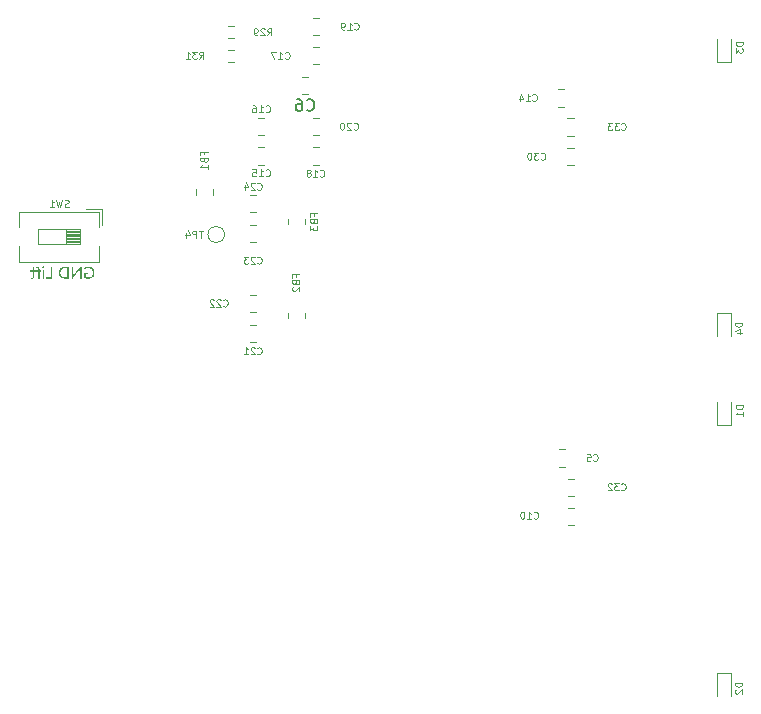
<source format=gbr>
%TF.GenerationSoftware,KiCad,Pcbnew,8.0.2*%
%TF.CreationDate,2025-04-13T16:48:02+02:00*%
%TF.ProjectId,AES-DAC,4145532d-4441-4432-9e6b-696361645f70,rev?*%
%TF.SameCoordinates,Original*%
%TF.FileFunction,Legend,Bot*%
%TF.FilePolarity,Positive*%
%FSLAX46Y46*%
G04 Gerber Fmt 4.6, Leading zero omitted, Abs format (unit mm)*
G04 Created by KiCad (PCBNEW 8.0.2) date 2025-04-13 16:48:02*
%MOMM*%
%LPD*%
G01*
G04 APERTURE LIST*
%ADD10C,0.150000*%
%ADD11C,0.100000*%
%ADD12C,0.120000*%
G04 APERTURE END LIST*
D10*
G36*
X37314967Y-48861053D02*
G01*
X37314967Y-49239141D01*
X37358506Y-49267104D01*
X37403668Y-49290816D01*
X37450452Y-49310277D01*
X37477145Y-49319253D01*
X37526838Y-49332004D01*
X37579197Y-49340582D01*
X37627977Y-49344704D01*
X37665944Y-49345631D01*
X37718025Y-49343831D01*
X37767839Y-49338432D01*
X37821992Y-49327853D01*
X37873184Y-49312572D01*
X37885519Y-49308018D01*
X37932597Y-49287211D01*
X37976133Y-49262650D01*
X38016128Y-49234333D01*
X38052581Y-49202260D01*
X38088950Y-49161922D01*
X38120295Y-49117295D01*
X38143941Y-49074026D01*
X38159071Y-49039351D01*
X38175313Y-48990639D01*
X38186914Y-48939516D01*
X38193875Y-48885981D01*
X38196159Y-48837160D01*
X38196196Y-48830034D01*
X38194466Y-48780568D01*
X38188253Y-48726411D01*
X38177522Y-48674788D01*
X38162272Y-48625699D01*
X38160048Y-48619741D01*
X38140050Y-48573824D01*
X38112955Y-48526254D01*
X38080991Y-48483011D01*
X38056977Y-48456587D01*
X38017073Y-48420809D01*
X37972648Y-48389860D01*
X37929363Y-48366405D01*
X37894556Y-48351318D01*
X37845280Y-48334969D01*
X37793195Y-48323292D01*
X37738301Y-48316285D01*
X37687965Y-48313986D01*
X37680599Y-48313949D01*
X37629876Y-48315772D01*
X37579161Y-48321772D01*
X37569469Y-48323475D01*
X37520131Y-48334893D01*
X37474702Y-48350586D01*
X37430112Y-48371407D01*
X37393858Y-48393328D01*
X37353363Y-48423639D01*
X37324004Y-48449993D01*
X37362595Y-48512030D01*
X37386286Y-48529860D01*
X37418282Y-48523265D01*
X37457117Y-48499330D01*
X37500580Y-48476294D01*
X37510118Y-48472219D01*
X37558415Y-48455805D01*
X37583879Y-48449260D01*
X37633583Y-48441256D01*
X37684995Y-48439002D01*
X37736544Y-48441697D01*
X37784944Y-48449783D01*
X37834548Y-48464903D01*
X37838868Y-48466601D01*
X37883826Y-48488404D01*
X37927406Y-48518641D01*
X37956349Y-48545736D01*
X37989643Y-48587261D01*
X38014610Y-48630696D01*
X38031088Y-48670055D01*
X38044740Y-48717463D01*
X38053337Y-48768401D01*
X38056750Y-48817264D01*
X38056977Y-48834187D01*
X38054833Y-48885653D01*
X38047420Y-48939167D01*
X38034711Y-48988817D01*
X38029866Y-49002958D01*
X38008486Y-49051547D01*
X37981622Y-49094882D01*
X37952441Y-49129720D01*
X37915340Y-49162572D01*
X37873216Y-49189593D01*
X37830564Y-49209099D01*
X37779119Y-49224535D01*
X37728744Y-49233007D01*
X37674934Y-49236184D01*
X37669364Y-49236210D01*
X37618840Y-49234012D01*
X37569144Y-49226670D01*
X37544556Y-49220579D01*
X37497365Y-49204397D01*
X37451110Y-49183633D01*
X37438066Y-49176859D01*
X37438066Y-48954842D01*
X37594870Y-48954842D01*
X37616363Y-48948004D01*
X37624423Y-48930662D01*
X37624423Y-48861053D01*
X37314967Y-48861053D01*
G37*
G36*
X36295009Y-48329581D02*
G01*
X36295009Y-49330000D01*
X36363397Y-49330000D01*
X36390508Y-49324382D01*
X36411757Y-49305331D01*
X36995009Y-48545736D01*
X36992811Y-48580174D01*
X36992078Y-48611926D01*
X36992078Y-49330000D01*
X37111757Y-49330000D01*
X37111757Y-48329581D01*
X37041416Y-48329581D01*
X37026028Y-48330802D01*
X37014793Y-48334221D01*
X37004779Y-48341304D01*
X36994277Y-48352784D01*
X36411025Y-49111891D01*
X36413711Y-49076475D01*
X36414688Y-49043503D01*
X36414688Y-48329581D01*
X36295009Y-48329581D01*
G37*
G36*
X36042951Y-49330000D02*
G01*
X35666573Y-49330000D01*
X35612213Y-49327756D01*
X35560266Y-49321024D01*
X35510730Y-49309804D01*
X35463607Y-49294096D01*
X35435558Y-49282148D01*
X35388347Y-49256977D01*
X35345347Y-49227091D01*
X35306559Y-49192491D01*
X35286825Y-49171315D01*
X35254940Y-49129953D01*
X35227731Y-49084418D01*
X35205198Y-49034710D01*
X35189490Y-48987388D01*
X35178270Y-48937501D01*
X35171538Y-48885050D01*
X35169294Y-48830034D01*
X35309245Y-48830034D01*
X35309468Y-48847173D01*
X35312817Y-48896530D01*
X35321251Y-48947744D01*
X35334646Y-48995143D01*
X35350497Y-49034169D01*
X35374489Y-49077040D01*
X35406454Y-49117752D01*
X35430893Y-49141215D01*
X35472190Y-49170971D01*
X35519050Y-49194200D01*
X35566235Y-49209219D01*
X35617113Y-49218003D01*
X35666573Y-49220579D01*
X35906419Y-49220579D01*
X35906419Y-48439002D01*
X35666573Y-48439002D01*
X35617113Y-48441601D01*
X35566235Y-48450467D01*
X35519050Y-48465624D01*
X35487191Y-48480309D01*
X35444041Y-48507947D01*
X35406454Y-48542316D01*
X35379396Y-48575957D01*
X35354482Y-48618031D01*
X35334646Y-48665415D01*
X35330107Y-48679188D01*
X35318200Y-48727578D01*
X35311255Y-48779785D01*
X35309245Y-48830034D01*
X35169294Y-48830034D01*
X35171538Y-48775126D01*
X35178270Y-48722751D01*
X35189490Y-48672910D01*
X35205198Y-48625603D01*
X35217139Y-48597466D01*
X35242270Y-48550036D01*
X35272077Y-48506740D01*
X35306559Y-48467578D01*
X35327588Y-48447633D01*
X35368716Y-48415459D01*
X35414055Y-48388076D01*
X35463607Y-48365484D01*
X35510730Y-48349777D01*
X35560266Y-48338557D01*
X35612213Y-48331825D01*
X35666573Y-48329581D01*
X36042951Y-48329581D01*
X36042951Y-49330000D01*
G37*
G36*
X34049685Y-49220579D02*
G01*
X34049685Y-49330000D01*
X34621457Y-49330000D01*
X34621457Y-48329581D01*
X34485658Y-48329581D01*
X34485658Y-49220579D01*
X34049685Y-49220579D01*
G37*
G36*
X33800557Y-48626580D02*
G01*
X33800557Y-49330000D01*
X33925854Y-49330000D01*
X33925854Y-48626580D01*
X33800557Y-48626580D01*
G37*
G36*
X33773935Y-48385024D02*
G01*
X33781506Y-48417997D01*
X33801046Y-48445108D01*
X33829866Y-48463670D01*
X33864793Y-48470265D01*
X33898743Y-48463670D01*
X33926586Y-48445108D01*
X33945637Y-48417997D01*
X33952720Y-48385024D01*
X33945637Y-48351563D01*
X33926586Y-48323719D01*
X33898743Y-48305157D01*
X33864793Y-48298318D01*
X33829866Y-48305157D01*
X33801046Y-48323719D01*
X33781506Y-48351563D01*
X33773935Y-48385024D01*
G37*
G36*
X32969399Y-48736001D02*
G01*
X32969399Y-49163182D01*
X32960037Y-49212389D01*
X32947661Y-49230104D01*
X32902221Y-49251311D01*
X32891974Y-49251842D01*
X32857291Y-49246468D01*
X32832379Y-49234989D01*
X32814793Y-49223265D01*
X32802092Y-49217892D01*
X32791834Y-49220823D01*
X32783774Y-49229860D01*
X32747138Y-49284326D01*
X32787736Y-49312611D01*
X32825295Y-49329267D01*
X32874789Y-49342035D01*
X32920062Y-49345631D01*
X32973126Y-49340148D01*
X33020679Y-49321658D01*
X33049266Y-49299225D01*
X33076950Y-49258684D01*
X33091102Y-49211445D01*
X33094695Y-49165624D01*
X33094695Y-48736001D01*
X33424423Y-48736001D01*
X33424423Y-49330000D01*
X33550452Y-49330000D01*
X33550452Y-48740642D01*
X33629099Y-48730872D01*
X33653523Y-48719392D01*
X33663048Y-48696678D01*
X33663048Y-48642212D01*
X33550452Y-48642212D01*
X33550452Y-48572358D01*
X33547180Y-48520907D01*
X33536411Y-48471591D01*
X33533355Y-48462449D01*
X33512351Y-48418119D01*
X33484018Y-48381360D01*
X33443927Y-48349092D01*
X33407082Y-48331046D01*
X33359149Y-48318224D01*
X33309221Y-48313966D01*
X33305721Y-48313949D01*
X33254339Y-48318431D01*
X33217794Y-48328115D01*
X33220480Y-48388199D01*
X33239287Y-48406517D01*
X33285205Y-48407739D01*
X33333961Y-48413543D01*
X33344067Y-48416531D01*
X33387086Y-48442220D01*
X33389496Y-48444619D01*
X33415147Y-48486460D01*
X33418561Y-48496154D01*
X33427607Y-48544350D01*
X33428820Y-48574801D01*
X33428820Y-48642212D01*
X33090299Y-48642212D01*
X33062211Y-48414822D01*
X33052197Y-48397236D01*
X33032658Y-48390397D01*
X32969399Y-48390397D01*
X32969399Y-48642212D01*
X32763991Y-48642212D01*
X32763991Y-48736001D01*
X32969399Y-48736001D01*
G37*
D11*
X47450463Y-38791683D02*
X47450463Y-38591683D01*
X47764749Y-38591683D02*
X47164749Y-38591683D01*
X47164749Y-38591683D02*
X47164749Y-38877397D01*
X47450463Y-39305969D02*
X47479035Y-39391683D01*
X47479035Y-39391683D02*
X47507606Y-39420254D01*
X47507606Y-39420254D02*
X47564749Y-39448826D01*
X47564749Y-39448826D02*
X47650463Y-39448826D01*
X47650463Y-39448826D02*
X47707606Y-39420254D01*
X47707606Y-39420254D02*
X47736178Y-39391683D01*
X47736178Y-39391683D02*
X47764749Y-39334540D01*
X47764749Y-39334540D02*
X47764749Y-39105969D01*
X47764749Y-39105969D02*
X47164749Y-39105969D01*
X47164749Y-39105969D02*
X47164749Y-39305969D01*
X47164749Y-39305969D02*
X47193320Y-39363112D01*
X47193320Y-39363112D02*
X47221892Y-39391683D01*
X47221892Y-39391683D02*
X47279035Y-39420254D01*
X47279035Y-39420254D02*
X47336178Y-39420254D01*
X47336178Y-39420254D02*
X47393320Y-39391683D01*
X47393320Y-39391683D02*
X47421892Y-39363112D01*
X47421892Y-39363112D02*
X47450463Y-39305969D01*
X47450463Y-39305969D02*
X47450463Y-39105969D01*
X47764749Y-40020254D02*
X47764749Y-39677397D01*
X47764749Y-39848826D02*
X47164749Y-39848826D01*
X47164749Y-39848826D02*
X47250463Y-39791683D01*
X47250463Y-39791683D02*
X47307606Y-39734540D01*
X47307606Y-39734540D02*
X47336178Y-39677397D01*
X93022371Y-53057143D02*
X92422371Y-53057143D01*
X92422371Y-53057143D02*
X92422371Y-53200000D01*
X92422371Y-53200000D02*
X92450942Y-53285714D01*
X92450942Y-53285714D02*
X92508085Y-53342857D01*
X92508085Y-53342857D02*
X92565228Y-53371428D01*
X92565228Y-53371428D02*
X92679514Y-53400000D01*
X92679514Y-53400000D02*
X92765228Y-53400000D01*
X92765228Y-53400000D02*
X92879514Y-53371428D01*
X92879514Y-53371428D02*
X92936657Y-53342857D01*
X92936657Y-53342857D02*
X92993800Y-53285714D01*
X92993800Y-53285714D02*
X93022371Y-53200000D01*
X93022371Y-53200000D02*
X93022371Y-53057143D01*
X92622371Y-53914286D02*
X93022371Y-53914286D01*
X92393800Y-53771428D02*
X92822371Y-53628571D01*
X92822371Y-53628571D02*
X92822371Y-54000000D01*
X47357143Y-45272371D02*
X47014286Y-45272371D01*
X47185714Y-45872371D02*
X47185714Y-45272371D01*
X46814285Y-45872371D02*
X46814285Y-45272371D01*
X46814285Y-45272371D02*
X46585714Y-45272371D01*
X46585714Y-45272371D02*
X46528571Y-45300942D01*
X46528571Y-45300942D02*
X46500000Y-45329514D01*
X46500000Y-45329514D02*
X46471428Y-45386657D01*
X46471428Y-45386657D02*
X46471428Y-45472371D01*
X46471428Y-45472371D02*
X46500000Y-45529514D01*
X46500000Y-45529514D02*
X46528571Y-45558085D01*
X46528571Y-45558085D02*
X46585714Y-45586657D01*
X46585714Y-45586657D02*
X46814285Y-45586657D01*
X45957143Y-45472371D02*
X45957143Y-45872371D01*
X46100000Y-45243800D02*
X46242857Y-45672371D01*
X46242857Y-45672371D02*
X45871428Y-45672371D01*
X36000000Y-43243800D02*
X35914286Y-43272371D01*
X35914286Y-43272371D02*
X35771428Y-43272371D01*
X35771428Y-43272371D02*
X35714286Y-43243800D01*
X35714286Y-43243800D02*
X35685714Y-43215228D01*
X35685714Y-43215228D02*
X35657143Y-43158085D01*
X35657143Y-43158085D02*
X35657143Y-43100942D01*
X35657143Y-43100942D02*
X35685714Y-43043800D01*
X35685714Y-43043800D02*
X35714286Y-43015228D01*
X35714286Y-43015228D02*
X35771428Y-42986657D01*
X35771428Y-42986657D02*
X35885714Y-42958085D01*
X35885714Y-42958085D02*
X35942857Y-42929514D01*
X35942857Y-42929514D02*
X35971428Y-42900942D01*
X35971428Y-42900942D02*
X36000000Y-42843800D01*
X36000000Y-42843800D02*
X36000000Y-42786657D01*
X36000000Y-42786657D02*
X35971428Y-42729514D01*
X35971428Y-42729514D02*
X35942857Y-42700942D01*
X35942857Y-42700942D02*
X35885714Y-42672371D01*
X35885714Y-42672371D02*
X35742857Y-42672371D01*
X35742857Y-42672371D02*
X35657143Y-42700942D01*
X35457142Y-42672371D02*
X35314285Y-43272371D01*
X35314285Y-43272371D02*
X35199999Y-42843800D01*
X35199999Y-42843800D02*
X35085714Y-43272371D01*
X35085714Y-43272371D02*
X34942857Y-42672371D01*
X34400000Y-43272371D02*
X34742857Y-43272371D01*
X34571428Y-43272371D02*
X34571428Y-42672371D01*
X34571428Y-42672371D02*
X34628571Y-42758085D01*
X34628571Y-42758085D02*
X34685714Y-42815228D01*
X34685714Y-42815228D02*
X34742857Y-42843800D01*
X54340392Y-30691517D02*
X54368964Y-30720089D01*
X54368964Y-30720089D02*
X54454678Y-30748660D01*
X54454678Y-30748660D02*
X54511821Y-30748660D01*
X54511821Y-30748660D02*
X54597535Y-30720089D01*
X54597535Y-30720089D02*
X54654678Y-30662946D01*
X54654678Y-30662946D02*
X54683249Y-30605803D01*
X54683249Y-30605803D02*
X54711821Y-30491517D01*
X54711821Y-30491517D02*
X54711821Y-30405803D01*
X54711821Y-30405803D02*
X54683249Y-30291517D01*
X54683249Y-30291517D02*
X54654678Y-30234374D01*
X54654678Y-30234374D02*
X54597535Y-30177231D01*
X54597535Y-30177231D02*
X54511821Y-30148660D01*
X54511821Y-30148660D02*
X54454678Y-30148660D01*
X54454678Y-30148660D02*
X54368964Y-30177231D01*
X54368964Y-30177231D02*
X54340392Y-30205803D01*
X53768964Y-30748660D02*
X54111821Y-30748660D01*
X53940392Y-30748660D02*
X53940392Y-30148660D01*
X53940392Y-30148660D02*
X53997535Y-30234374D01*
X53997535Y-30234374D02*
X54054678Y-30291517D01*
X54054678Y-30291517D02*
X54111821Y-30320089D01*
X53568963Y-30148660D02*
X53168963Y-30148660D01*
X53168963Y-30148660D02*
X53426106Y-30748660D01*
X51985714Y-48015228D02*
X52014286Y-48043800D01*
X52014286Y-48043800D02*
X52100000Y-48072371D01*
X52100000Y-48072371D02*
X52157143Y-48072371D01*
X52157143Y-48072371D02*
X52242857Y-48043800D01*
X52242857Y-48043800D02*
X52300000Y-47986657D01*
X52300000Y-47986657D02*
X52328571Y-47929514D01*
X52328571Y-47929514D02*
X52357143Y-47815228D01*
X52357143Y-47815228D02*
X52357143Y-47729514D01*
X52357143Y-47729514D02*
X52328571Y-47615228D01*
X52328571Y-47615228D02*
X52300000Y-47558085D01*
X52300000Y-47558085D02*
X52242857Y-47500942D01*
X52242857Y-47500942D02*
X52157143Y-47472371D01*
X52157143Y-47472371D02*
X52100000Y-47472371D01*
X52100000Y-47472371D02*
X52014286Y-47500942D01*
X52014286Y-47500942D02*
X51985714Y-47529514D01*
X51757143Y-47529514D02*
X51728571Y-47500942D01*
X51728571Y-47500942D02*
X51671429Y-47472371D01*
X51671429Y-47472371D02*
X51528571Y-47472371D01*
X51528571Y-47472371D02*
X51471429Y-47500942D01*
X51471429Y-47500942D02*
X51442857Y-47529514D01*
X51442857Y-47529514D02*
X51414286Y-47586657D01*
X51414286Y-47586657D02*
X51414286Y-47643800D01*
X51414286Y-47643800D02*
X51442857Y-47729514D01*
X51442857Y-47729514D02*
X51785714Y-48072371D01*
X51785714Y-48072371D02*
X51414286Y-48072371D01*
X51214285Y-47472371D02*
X50842857Y-47472371D01*
X50842857Y-47472371D02*
X51042857Y-47700942D01*
X51042857Y-47700942D02*
X50957142Y-47700942D01*
X50957142Y-47700942D02*
X50900000Y-47729514D01*
X50900000Y-47729514D02*
X50871428Y-47758085D01*
X50871428Y-47758085D02*
X50842857Y-47815228D01*
X50842857Y-47815228D02*
X50842857Y-47958085D01*
X50842857Y-47958085D02*
X50871428Y-48015228D01*
X50871428Y-48015228D02*
X50900000Y-48043800D01*
X50900000Y-48043800D02*
X50957142Y-48072371D01*
X50957142Y-48072371D02*
X51128571Y-48072371D01*
X51128571Y-48072371D02*
X51185714Y-48043800D01*
X51185714Y-48043800D02*
X51214285Y-48015228D01*
X75385714Y-69615228D02*
X75414286Y-69643800D01*
X75414286Y-69643800D02*
X75500000Y-69672371D01*
X75500000Y-69672371D02*
X75557143Y-69672371D01*
X75557143Y-69672371D02*
X75642857Y-69643800D01*
X75642857Y-69643800D02*
X75700000Y-69586657D01*
X75700000Y-69586657D02*
X75728571Y-69529514D01*
X75728571Y-69529514D02*
X75757143Y-69415228D01*
X75757143Y-69415228D02*
X75757143Y-69329514D01*
X75757143Y-69329514D02*
X75728571Y-69215228D01*
X75728571Y-69215228D02*
X75700000Y-69158085D01*
X75700000Y-69158085D02*
X75642857Y-69100942D01*
X75642857Y-69100942D02*
X75557143Y-69072371D01*
X75557143Y-69072371D02*
X75500000Y-69072371D01*
X75500000Y-69072371D02*
X75414286Y-69100942D01*
X75414286Y-69100942D02*
X75385714Y-69129514D01*
X74814286Y-69672371D02*
X75157143Y-69672371D01*
X74985714Y-69672371D02*
X74985714Y-69072371D01*
X74985714Y-69072371D02*
X75042857Y-69158085D01*
X75042857Y-69158085D02*
X75100000Y-69215228D01*
X75100000Y-69215228D02*
X75157143Y-69243800D01*
X74442857Y-69072371D02*
X74385714Y-69072371D01*
X74385714Y-69072371D02*
X74328571Y-69100942D01*
X74328571Y-69100942D02*
X74300000Y-69129514D01*
X74300000Y-69129514D02*
X74271428Y-69186657D01*
X74271428Y-69186657D02*
X74242857Y-69300942D01*
X74242857Y-69300942D02*
X74242857Y-69443800D01*
X74242857Y-69443800D02*
X74271428Y-69558085D01*
X74271428Y-69558085D02*
X74300000Y-69615228D01*
X74300000Y-69615228D02*
X74328571Y-69643800D01*
X74328571Y-69643800D02*
X74385714Y-69672371D01*
X74385714Y-69672371D02*
X74442857Y-69672371D01*
X74442857Y-69672371D02*
X74500000Y-69643800D01*
X74500000Y-69643800D02*
X74528571Y-69615228D01*
X74528571Y-69615228D02*
X74557142Y-69558085D01*
X74557142Y-69558085D02*
X74585714Y-69443800D01*
X74585714Y-69443800D02*
X74585714Y-69300942D01*
X74585714Y-69300942D02*
X74557142Y-69186657D01*
X74557142Y-69186657D02*
X74528571Y-69129514D01*
X74528571Y-69129514D02*
X74500000Y-69100942D01*
X74500000Y-69100942D02*
X74442857Y-69072371D01*
D10*
X56166666Y-35039580D02*
X56214285Y-35087200D01*
X56214285Y-35087200D02*
X56357142Y-35134819D01*
X56357142Y-35134819D02*
X56452380Y-35134819D01*
X56452380Y-35134819D02*
X56595237Y-35087200D01*
X56595237Y-35087200D02*
X56690475Y-34991961D01*
X56690475Y-34991961D02*
X56738094Y-34896723D01*
X56738094Y-34896723D02*
X56785713Y-34706247D01*
X56785713Y-34706247D02*
X56785713Y-34563390D01*
X56785713Y-34563390D02*
X56738094Y-34372914D01*
X56738094Y-34372914D02*
X56690475Y-34277676D01*
X56690475Y-34277676D02*
X56595237Y-34182438D01*
X56595237Y-34182438D02*
X56452380Y-34134819D01*
X56452380Y-34134819D02*
X56357142Y-34134819D01*
X56357142Y-34134819D02*
X56214285Y-34182438D01*
X56214285Y-34182438D02*
X56166666Y-34230057D01*
X55309523Y-34134819D02*
X55499999Y-34134819D01*
X55499999Y-34134819D02*
X55595237Y-34182438D01*
X55595237Y-34182438D02*
X55642856Y-34230057D01*
X55642856Y-34230057D02*
X55738094Y-34372914D01*
X55738094Y-34372914D02*
X55785713Y-34563390D01*
X55785713Y-34563390D02*
X55785713Y-34944342D01*
X55785713Y-34944342D02*
X55738094Y-35039580D01*
X55738094Y-35039580D02*
X55690475Y-35087200D01*
X55690475Y-35087200D02*
X55595237Y-35134819D01*
X55595237Y-35134819D02*
X55404761Y-35134819D01*
X55404761Y-35134819D02*
X55309523Y-35087200D01*
X55309523Y-35087200D02*
X55261904Y-35039580D01*
X55261904Y-35039580D02*
X55214285Y-34944342D01*
X55214285Y-34944342D02*
X55214285Y-34706247D01*
X55214285Y-34706247D02*
X55261904Y-34611009D01*
X55261904Y-34611009D02*
X55309523Y-34563390D01*
X55309523Y-34563390D02*
X55404761Y-34515771D01*
X55404761Y-34515771D02*
X55595237Y-34515771D01*
X55595237Y-34515771D02*
X55690475Y-34563390D01*
X55690475Y-34563390D02*
X55738094Y-34611009D01*
X55738094Y-34611009D02*
X55785713Y-34706247D01*
D11*
X47060355Y-30726669D02*
X47260355Y-30440955D01*
X47403212Y-30726669D02*
X47403212Y-30126669D01*
X47403212Y-30126669D02*
X47174641Y-30126669D01*
X47174641Y-30126669D02*
X47117498Y-30155240D01*
X47117498Y-30155240D02*
X47088927Y-30183812D01*
X47088927Y-30183812D02*
X47060355Y-30240955D01*
X47060355Y-30240955D02*
X47060355Y-30326669D01*
X47060355Y-30326669D02*
X47088927Y-30383812D01*
X47088927Y-30383812D02*
X47117498Y-30412383D01*
X47117498Y-30412383D02*
X47174641Y-30440955D01*
X47174641Y-30440955D02*
X47403212Y-30440955D01*
X46860355Y-30126669D02*
X46488927Y-30126669D01*
X46488927Y-30126669D02*
X46688927Y-30355240D01*
X46688927Y-30355240D02*
X46603212Y-30355240D01*
X46603212Y-30355240D02*
X46546070Y-30383812D01*
X46546070Y-30383812D02*
X46517498Y-30412383D01*
X46517498Y-30412383D02*
X46488927Y-30469526D01*
X46488927Y-30469526D02*
X46488927Y-30612383D01*
X46488927Y-30612383D02*
X46517498Y-30669526D01*
X46517498Y-30669526D02*
X46546070Y-30698098D01*
X46546070Y-30698098D02*
X46603212Y-30726669D01*
X46603212Y-30726669D02*
X46774641Y-30726669D01*
X46774641Y-30726669D02*
X46831784Y-30698098D01*
X46831784Y-30698098D02*
X46860355Y-30669526D01*
X45917498Y-30726669D02*
X46260355Y-30726669D01*
X46088926Y-30726669D02*
X46088926Y-30126669D01*
X46088926Y-30126669D02*
X46146069Y-30212383D01*
X46146069Y-30212383D02*
X46203212Y-30269526D01*
X46203212Y-30269526D02*
X46260355Y-30298098D01*
X93022371Y-83557143D02*
X92422371Y-83557143D01*
X92422371Y-83557143D02*
X92422371Y-83700000D01*
X92422371Y-83700000D02*
X92450942Y-83785714D01*
X92450942Y-83785714D02*
X92508085Y-83842857D01*
X92508085Y-83842857D02*
X92565228Y-83871428D01*
X92565228Y-83871428D02*
X92679514Y-83900000D01*
X92679514Y-83900000D02*
X92765228Y-83900000D01*
X92765228Y-83900000D02*
X92879514Y-83871428D01*
X92879514Y-83871428D02*
X92936657Y-83842857D01*
X92936657Y-83842857D02*
X92993800Y-83785714D01*
X92993800Y-83785714D02*
X93022371Y-83700000D01*
X93022371Y-83700000D02*
X93022371Y-83557143D01*
X92479514Y-84128571D02*
X92450942Y-84157143D01*
X92450942Y-84157143D02*
X92422371Y-84214286D01*
X92422371Y-84214286D02*
X92422371Y-84357143D01*
X92422371Y-84357143D02*
X92450942Y-84414286D01*
X92450942Y-84414286D02*
X92479514Y-84442857D01*
X92479514Y-84442857D02*
X92536657Y-84471428D01*
X92536657Y-84471428D02*
X92593800Y-84471428D01*
X92593800Y-84471428D02*
X92679514Y-84442857D01*
X92679514Y-84442857D02*
X93022371Y-84100000D01*
X93022371Y-84100000D02*
X93022371Y-84471428D01*
X52675488Y-40633572D02*
X52704060Y-40662144D01*
X52704060Y-40662144D02*
X52789774Y-40690715D01*
X52789774Y-40690715D02*
X52846917Y-40690715D01*
X52846917Y-40690715D02*
X52932631Y-40662144D01*
X52932631Y-40662144D02*
X52989774Y-40605001D01*
X52989774Y-40605001D02*
X53018345Y-40547858D01*
X53018345Y-40547858D02*
X53046917Y-40433572D01*
X53046917Y-40433572D02*
X53046917Y-40347858D01*
X53046917Y-40347858D02*
X53018345Y-40233572D01*
X53018345Y-40233572D02*
X52989774Y-40176429D01*
X52989774Y-40176429D02*
X52932631Y-40119286D01*
X52932631Y-40119286D02*
X52846917Y-40090715D01*
X52846917Y-40090715D02*
X52789774Y-40090715D01*
X52789774Y-40090715D02*
X52704060Y-40119286D01*
X52704060Y-40119286D02*
X52675488Y-40147858D01*
X52104060Y-40690715D02*
X52446917Y-40690715D01*
X52275488Y-40690715D02*
X52275488Y-40090715D01*
X52275488Y-40090715D02*
X52332631Y-40176429D01*
X52332631Y-40176429D02*
X52389774Y-40233572D01*
X52389774Y-40233572D02*
X52446917Y-40262144D01*
X51561202Y-40090715D02*
X51846916Y-40090715D01*
X51846916Y-40090715D02*
X51875488Y-40376429D01*
X51875488Y-40376429D02*
X51846916Y-40347858D01*
X51846916Y-40347858D02*
X51789774Y-40319286D01*
X51789774Y-40319286D02*
X51646916Y-40319286D01*
X51646916Y-40319286D02*
X51589774Y-40347858D01*
X51589774Y-40347858D02*
X51561202Y-40376429D01*
X51561202Y-40376429D02*
X51532631Y-40433572D01*
X51532631Y-40433572D02*
X51532631Y-40576429D01*
X51532631Y-40576429D02*
X51561202Y-40633572D01*
X51561202Y-40633572D02*
X51589774Y-40662144D01*
X51589774Y-40662144D02*
X51646916Y-40690715D01*
X51646916Y-40690715D02*
X51789774Y-40690715D01*
X51789774Y-40690715D02*
X51846916Y-40662144D01*
X51846916Y-40662144D02*
X51875488Y-40633572D01*
X51984954Y-41766048D02*
X52013526Y-41794620D01*
X52013526Y-41794620D02*
X52099240Y-41823191D01*
X52099240Y-41823191D02*
X52156383Y-41823191D01*
X52156383Y-41823191D02*
X52242097Y-41794620D01*
X52242097Y-41794620D02*
X52299240Y-41737477D01*
X52299240Y-41737477D02*
X52327811Y-41680334D01*
X52327811Y-41680334D02*
X52356383Y-41566048D01*
X52356383Y-41566048D02*
X52356383Y-41480334D01*
X52356383Y-41480334D02*
X52327811Y-41366048D01*
X52327811Y-41366048D02*
X52299240Y-41308905D01*
X52299240Y-41308905D02*
X52242097Y-41251762D01*
X52242097Y-41251762D02*
X52156383Y-41223191D01*
X52156383Y-41223191D02*
X52099240Y-41223191D01*
X52099240Y-41223191D02*
X52013526Y-41251762D01*
X52013526Y-41251762D02*
X51984954Y-41280334D01*
X51756383Y-41280334D02*
X51727811Y-41251762D01*
X51727811Y-41251762D02*
X51670669Y-41223191D01*
X51670669Y-41223191D02*
X51527811Y-41223191D01*
X51527811Y-41223191D02*
X51470669Y-41251762D01*
X51470669Y-41251762D02*
X51442097Y-41280334D01*
X51442097Y-41280334D02*
X51413526Y-41337477D01*
X51413526Y-41337477D02*
X51413526Y-41394620D01*
X51413526Y-41394620D02*
X51442097Y-41480334D01*
X51442097Y-41480334D02*
X51784954Y-41823191D01*
X51784954Y-41823191D02*
X51413526Y-41823191D01*
X50899240Y-41423191D02*
X50899240Y-41823191D01*
X51042097Y-41194620D02*
X51184954Y-41623191D01*
X51184954Y-41623191D02*
X50813525Y-41623191D01*
X51984954Y-55694487D02*
X52013526Y-55723059D01*
X52013526Y-55723059D02*
X52099240Y-55751630D01*
X52099240Y-55751630D02*
X52156383Y-55751630D01*
X52156383Y-55751630D02*
X52242097Y-55723059D01*
X52242097Y-55723059D02*
X52299240Y-55665916D01*
X52299240Y-55665916D02*
X52327811Y-55608773D01*
X52327811Y-55608773D02*
X52356383Y-55494487D01*
X52356383Y-55494487D02*
X52356383Y-55408773D01*
X52356383Y-55408773D02*
X52327811Y-55294487D01*
X52327811Y-55294487D02*
X52299240Y-55237344D01*
X52299240Y-55237344D02*
X52242097Y-55180201D01*
X52242097Y-55180201D02*
X52156383Y-55151630D01*
X52156383Y-55151630D02*
X52099240Y-55151630D01*
X52099240Y-55151630D02*
X52013526Y-55180201D01*
X52013526Y-55180201D02*
X51984954Y-55208773D01*
X51756383Y-55208773D02*
X51727811Y-55180201D01*
X51727811Y-55180201D02*
X51670669Y-55151630D01*
X51670669Y-55151630D02*
X51527811Y-55151630D01*
X51527811Y-55151630D02*
X51470669Y-55180201D01*
X51470669Y-55180201D02*
X51442097Y-55208773D01*
X51442097Y-55208773D02*
X51413526Y-55265916D01*
X51413526Y-55265916D02*
X51413526Y-55323059D01*
X51413526Y-55323059D02*
X51442097Y-55408773D01*
X51442097Y-55408773D02*
X51784954Y-55751630D01*
X51784954Y-55751630D02*
X51413526Y-55751630D01*
X50842097Y-55751630D02*
X51184954Y-55751630D01*
X51013525Y-55751630D02*
X51013525Y-55151630D01*
X51013525Y-55151630D02*
X51070668Y-55237344D01*
X51070668Y-55237344D02*
X51127811Y-55294487D01*
X51127811Y-55294487D02*
X51184954Y-55323059D01*
X80433279Y-64737035D02*
X80461851Y-64765607D01*
X80461851Y-64765607D02*
X80547565Y-64794178D01*
X80547565Y-64794178D02*
X80604708Y-64794178D01*
X80604708Y-64794178D02*
X80690422Y-64765607D01*
X80690422Y-64765607D02*
X80747565Y-64708464D01*
X80747565Y-64708464D02*
X80776136Y-64651321D01*
X80776136Y-64651321D02*
X80804708Y-64537035D01*
X80804708Y-64537035D02*
X80804708Y-64451321D01*
X80804708Y-64451321D02*
X80776136Y-64337035D01*
X80776136Y-64337035D02*
X80747565Y-64279892D01*
X80747565Y-64279892D02*
X80690422Y-64222749D01*
X80690422Y-64222749D02*
X80604708Y-64194178D01*
X80604708Y-64194178D02*
X80547565Y-64194178D01*
X80547565Y-64194178D02*
X80461851Y-64222749D01*
X80461851Y-64222749D02*
X80433279Y-64251321D01*
X79890422Y-64194178D02*
X80176136Y-64194178D01*
X80176136Y-64194178D02*
X80204708Y-64479892D01*
X80204708Y-64479892D02*
X80176136Y-64451321D01*
X80176136Y-64451321D02*
X80118994Y-64422749D01*
X80118994Y-64422749D02*
X79976136Y-64422749D01*
X79976136Y-64422749D02*
X79918994Y-64451321D01*
X79918994Y-64451321D02*
X79890422Y-64479892D01*
X79890422Y-64479892D02*
X79861851Y-64537035D01*
X79861851Y-64537035D02*
X79861851Y-64679892D01*
X79861851Y-64679892D02*
X79890422Y-64737035D01*
X79890422Y-64737035D02*
X79918994Y-64765607D01*
X79918994Y-64765607D02*
X79976136Y-64794178D01*
X79976136Y-64794178D02*
X80118994Y-64794178D01*
X80118994Y-64794178D02*
X80176136Y-64765607D01*
X80176136Y-64765607D02*
X80204708Y-64737035D01*
X52820864Y-28745926D02*
X53020864Y-28460212D01*
X53163721Y-28745926D02*
X53163721Y-28145926D01*
X53163721Y-28145926D02*
X52935150Y-28145926D01*
X52935150Y-28145926D02*
X52878007Y-28174497D01*
X52878007Y-28174497D02*
X52849436Y-28203069D01*
X52849436Y-28203069D02*
X52820864Y-28260212D01*
X52820864Y-28260212D02*
X52820864Y-28345926D01*
X52820864Y-28345926D02*
X52849436Y-28403069D01*
X52849436Y-28403069D02*
X52878007Y-28431640D01*
X52878007Y-28431640D02*
X52935150Y-28460212D01*
X52935150Y-28460212D02*
X53163721Y-28460212D01*
X52592293Y-28203069D02*
X52563721Y-28174497D01*
X52563721Y-28174497D02*
X52506579Y-28145926D01*
X52506579Y-28145926D02*
X52363721Y-28145926D01*
X52363721Y-28145926D02*
X52306579Y-28174497D01*
X52306579Y-28174497D02*
X52278007Y-28203069D01*
X52278007Y-28203069D02*
X52249436Y-28260212D01*
X52249436Y-28260212D02*
X52249436Y-28317355D01*
X52249436Y-28317355D02*
X52278007Y-28403069D01*
X52278007Y-28403069D02*
X52620864Y-28745926D01*
X52620864Y-28745926D02*
X52249436Y-28745926D01*
X51963721Y-28745926D02*
X51849435Y-28745926D01*
X51849435Y-28745926D02*
X51792292Y-28717355D01*
X51792292Y-28717355D02*
X51763721Y-28688783D01*
X51763721Y-28688783D02*
X51706578Y-28603069D01*
X51706578Y-28603069D02*
X51678007Y-28488783D01*
X51678007Y-28488783D02*
X51678007Y-28260212D01*
X51678007Y-28260212D02*
X51706578Y-28203069D01*
X51706578Y-28203069D02*
X51735150Y-28174497D01*
X51735150Y-28174497D02*
X51792292Y-28145926D01*
X51792292Y-28145926D02*
X51906578Y-28145926D01*
X51906578Y-28145926D02*
X51963721Y-28174497D01*
X51963721Y-28174497D02*
X51992292Y-28203069D01*
X51992292Y-28203069D02*
X52020864Y-28260212D01*
X52020864Y-28260212D02*
X52020864Y-28403069D01*
X52020864Y-28403069D02*
X51992292Y-28460212D01*
X51992292Y-28460212D02*
X51963721Y-28488783D01*
X51963721Y-28488783D02*
X51906578Y-28517355D01*
X51906578Y-28517355D02*
X51792292Y-28517355D01*
X51792292Y-28517355D02*
X51735150Y-28488783D01*
X51735150Y-28488783D02*
X51706578Y-28460212D01*
X51706578Y-28460212D02*
X51678007Y-28403069D01*
X93072371Y-29307143D02*
X92472371Y-29307143D01*
X92472371Y-29307143D02*
X92472371Y-29450000D01*
X92472371Y-29450000D02*
X92500942Y-29535714D01*
X92500942Y-29535714D02*
X92558085Y-29592857D01*
X92558085Y-29592857D02*
X92615228Y-29621428D01*
X92615228Y-29621428D02*
X92729514Y-29650000D01*
X92729514Y-29650000D02*
X92815228Y-29650000D01*
X92815228Y-29650000D02*
X92929514Y-29621428D01*
X92929514Y-29621428D02*
X92986657Y-29592857D01*
X92986657Y-29592857D02*
X93043800Y-29535714D01*
X93043800Y-29535714D02*
X93072371Y-29450000D01*
X93072371Y-29450000D02*
X93072371Y-29307143D01*
X92472371Y-29850000D02*
X92472371Y-30221428D01*
X92472371Y-30221428D02*
X92700942Y-30021428D01*
X92700942Y-30021428D02*
X92700942Y-30107143D01*
X92700942Y-30107143D02*
X92729514Y-30164286D01*
X92729514Y-30164286D02*
X92758085Y-30192857D01*
X92758085Y-30192857D02*
X92815228Y-30221428D01*
X92815228Y-30221428D02*
X92958085Y-30221428D01*
X92958085Y-30221428D02*
X93015228Y-30192857D01*
X93015228Y-30192857D02*
X93043800Y-30164286D01*
X93043800Y-30164286D02*
X93072371Y-30107143D01*
X93072371Y-30107143D02*
X93072371Y-29935714D01*
X93072371Y-29935714D02*
X93043800Y-29878571D01*
X93043800Y-29878571D02*
X93015228Y-29850000D01*
X57291164Y-40651744D02*
X57319736Y-40680316D01*
X57319736Y-40680316D02*
X57405450Y-40708887D01*
X57405450Y-40708887D02*
X57462593Y-40708887D01*
X57462593Y-40708887D02*
X57548307Y-40680316D01*
X57548307Y-40680316D02*
X57605450Y-40623173D01*
X57605450Y-40623173D02*
X57634021Y-40566030D01*
X57634021Y-40566030D02*
X57662593Y-40451744D01*
X57662593Y-40451744D02*
X57662593Y-40366030D01*
X57662593Y-40366030D02*
X57634021Y-40251744D01*
X57634021Y-40251744D02*
X57605450Y-40194601D01*
X57605450Y-40194601D02*
X57548307Y-40137458D01*
X57548307Y-40137458D02*
X57462593Y-40108887D01*
X57462593Y-40108887D02*
X57405450Y-40108887D01*
X57405450Y-40108887D02*
X57319736Y-40137458D01*
X57319736Y-40137458D02*
X57291164Y-40166030D01*
X56719736Y-40708887D02*
X57062593Y-40708887D01*
X56891164Y-40708887D02*
X56891164Y-40108887D01*
X56891164Y-40108887D02*
X56948307Y-40194601D01*
X56948307Y-40194601D02*
X57005450Y-40251744D01*
X57005450Y-40251744D02*
X57062593Y-40280316D01*
X56376878Y-40366030D02*
X56434021Y-40337458D01*
X56434021Y-40337458D02*
X56462592Y-40308887D01*
X56462592Y-40308887D02*
X56491164Y-40251744D01*
X56491164Y-40251744D02*
X56491164Y-40223173D01*
X56491164Y-40223173D02*
X56462592Y-40166030D01*
X56462592Y-40166030D02*
X56434021Y-40137458D01*
X56434021Y-40137458D02*
X56376878Y-40108887D01*
X56376878Y-40108887D02*
X56262592Y-40108887D01*
X56262592Y-40108887D02*
X56205450Y-40137458D01*
X56205450Y-40137458D02*
X56176878Y-40166030D01*
X56176878Y-40166030D02*
X56148307Y-40223173D01*
X56148307Y-40223173D02*
X56148307Y-40251744D01*
X56148307Y-40251744D02*
X56176878Y-40308887D01*
X56176878Y-40308887D02*
X56205450Y-40337458D01*
X56205450Y-40337458D02*
X56262592Y-40366030D01*
X56262592Y-40366030D02*
X56376878Y-40366030D01*
X56376878Y-40366030D02*
X56434021Y-40394601D01*
X56434021Y-40394601D02*
X56462592Y-40423173D01*
X56462592Y-40423173D02*
X56491164Y-40480316D01*
X56491164Y-40480316D02*
X56491164Y-40594601D01*
X56491164Y-40594601D02*
X56462592Y-40651744D01*
X56462592Y-40651744D02*
X56434021Y-40680316D01*
X56434021Y-40680316D02*
X56376878Y-40708887D01*
X56376878Y-40708887D02*
X56262592Y-40708887D01*
X56262592Y-40708887D02*
X56205450Y-40680316D01*
X56205450Y-40680316D02*
X56176878Y-40651744D01*
X56176878Y-40651744D02*
X56148307Y-40594601D01*
X56148307Y-40594601D02*
X56148307Y-40480316D01*
X56148307Y-40480316D02*
X56176878Y-40423173D01*
X56176878Y-40423173D02*
X56205450Y-40394601D01*
X56205450Y-40394601D02*
X56262592Y-40366030D01*
X56758085Y-44011392D02*
X56758085Y-43811392D01*
X57072371Y-43811392D02*
X56472371Y-43811392D01*
X56472371Y-43811392D02*
X56472371Y-44097106D01*
X56758085Y-44525678D02*
X56786657Y-44611392D01*
X56786657Y-44611392D02*
X56815228Y-44639963D01*
X56815228Y-44639963D02*
X56872371Y-44668535D01*
X56872371Y-44668535D02*
X56958085Y-44668535D01*
X56958085Y-44668535D02*
X57015228Y-44639963D01*
X57015228Y-44639963D02*
X57043800Y-44611392D01*
X57043800Y-44611392D02*
X57072371Y-44554249D01*
X57072371Y-44554249D02*
X57072371Y-44325678D01*
X57072371Y-44325678D02*
X56472371Y-44325678D01*
X56472371Y-44325678D02*
X56472371Y-44525678D01*
X56472371Y-44525678D02*
X56500942Y-44582821D01*
X56500942Y-44582821D02*
X56529514Y-44611392D01*
X56529514Y-44611392D02*
X56586657Y-44639963D01*
X56586657Y-44639963D02*
X56643800Y-44639963D01*
X56643800Y-44639963D02*
X56700942Y-44611392D01*
X56700942Y-44611392D02*
X56729514Y-44582821D01*
X56729514Y-44582821D02*
X56758085Y-44525678D01*
X56758085Y-44525678D02*
X56758085Y-44325678D01*
X56472371Y-44868535D02*
X56472371Y-45239963D01*
X56472371Y-45239963D02*
X56700942Y-45039963D01*
X56700942Y-45039963D02*
X56700942Y-45125678D01*
X56700942Y-45125678D02*
X56729514Y-45182821D01*
X56729514Y-45182821D02*
X56758085Y-45211392D01*
X56758085Y-45211392D02*
X56815228Y-45239963D01*
X56815228Y-45239963D02*
X56958085Y-45239963D01*
X56958085Y-45239963D02*
X57015228Y-45211392D01*
X57015228Y-45211392D02*
X57043800Y-45182821D01*
X57043800Y-45182821D02*
X57072371Y-45125678D01*
X57072371Y-45125678D02*
X57072371Y-44954249D01*
X57072371Y-44954249D02*
X57043800Y-44897106D01*
X57043800Y-44897106D02*
X57015228Y-44868535D01*
X49095613Y-51642141D02*
X49124185Y-51670713D01*
X49124185Y-51670713D02*
X49209899Y-51699284D01*
X49209899Y-51699284D02*
X49267042Y-51699284D01*
X49267042Y-51699284D02*
X49352756Y-51670713D01*
X49352756Y-51670713D02*
X49409899Y-51613570D01*
X49409899Y-51613570D02*
X49438470Y-51556427D01*
X49438470Y-51556427D02*
X49467042Y-51442141D01*
X49467042Y-51442141D02*
X49467042Y-51356427D01*
X49467042Y-51356427D02*
X49438470Y-51242141D01*
X49438470Y-51242141D02*
X49409899Y-51184998D01*
X49409899Y-51184998D02*
X49352756Y-51127855D01*
X49352756Y-51127855D02*
X49267042Y-51099284D01*
X49267042Y-51099284D02*
X49209899Y-51099284D01*
X49209899Y-51099284D02*
X49124185Y-51127855D01*
X49124185Y-51127855D02*
X49095613Y-51156427D01*
X48867042Y-51156427D02*
X48838470Y-51127855D01*
X48838470Y-51127855D02*
X48781328Y-51099284D01*
X48781328Y-51099284D02*
X48638470Y-51099284D01*
X48638470Y-51099284D02*
X48581328Y-51127855D01*
X48581328Y-51127855D02*
X48552756Y-51156427D01*
X48552756Y-51156427D02*
X48524185Y-51213570D01*
X48524185Y-51213570D02*
X48524185Y-51270713D01*
X48524185Y-51270713D02*
X48552756Y-51356427D01*
X48552756Y-51356427D02*
X48895613Y-51699284D01*
X48895613Y-51699284D02*
X48524185Y-51699284D01*
X48295613Y-51156427D02*
X48267041Y-51127855D01*
X48267041Y-51127855D02*
X48209899Y-51099284D01*
X48209899Y-51099284D02*
X48067041Y-51099284D01*
X48067041Y-51099284D02*
X48009899Y-51127855D01*
X48009899Y-51127855D02*
X47981327Y-51156427D01*
X47981327Y-51156427D02*
X47952756Y-51213570D01*
X47952756Y-51213570D02*
X47952756Y-51270713D01*
X47952756Y-51270713D02*
X47981327Y-51356427D01*
X47981327Y-51356427D02*
X48324184Y-51699284D01*
X48324184Y-51699284D02*
X47952756Y-51699284D01*
X82785714Y-67215228D02*
X82814286Y-67243800D01*
X82814286Y-67243800D02*
X82900000Y-67272371D01*
X82900000Y-67272371D02*
X82957143Y-67272371D01*
X82957143Y-67272371D02*
X83042857Y-67243800D01*
X83042857Y-67243800D02*
X83100000Y-67186657D01*
X83100000Y-67186657D02*
X83128571Y-67129514D01*
X83128571Y-67129514D02*
X83157143Y-67015228D01*
X83157143Y-67015228D02*
X83157143Y-66929514D01*
X83157143Y-66929514D02*
X83128571Y-66815228D01*
X83128571Y-66815228D02*
X83100000Y-66758085D01*
X83100000Y-66758085D02*
X83042857Y-66700942D01*
X83042857Y-66700942D02*
X82957143Y-66672371D01*
X82957143Y-66672371D02*
X82900000Y-66672371D01*
X82900000Y-66672371D02*
X82814286Y-66700942D01*
X82814286Y-66700942D02*
X82785714Y-66729514D01*
X82585714Y-66672371D02*
X82214286Y-66672371D01*
X82214286Y-66672371D02*
X82414286Y-66900942D01*
X82414286Y-66900942D02*
X82328571Y-66900942D01*
X82328571Y-66900942D02*
X82271429Y-66929514D01*
X82271429Y-66929514D02*
X82242857Y-66958085D01*
X82242857Y-66958085D02*
X82214286Y-67015228D01*
X82214286Y-67015228D02*
X82214286Y-67158085D01*
X82214286Y-67158085D02*
X82242857Y-67215228D01*
X82242857Y-67215228D02*
X82271429Y-67243800D01*
X82271429Y-67243800D02*
X82328571Y-67272371D01*
X82328571Y-67272371D02*
X82500000Y-67272371D01*
X82500000Y-67272371D02*
X82557143Y-67243800D01*
X82557143Y-67243800D02*
X82585714Y-67215228D01*
X81985714Y-66729514D02*
X81957142Y-66700942D01*
X81957142Y-66700942D02*
X81900000Y-66672371D01*
X81900000Y-66672371D02*
X81757142Y-66672371D01*
X81757142Y-66672371D02*
X81700000Y-66700942D01*
X81700000Y-66700942D02*
X81671428Y-66729514D01*
X81671428Y-66729514D02*
X81642857Y-66786657D01*
X81642857Y-66786657D02*
X81642857Y-66843800D01*
X81642857Y-66843800D02*
X81671428Y-66929514D01*
X81671428Y-66929514D02*
X82014285Y-67272371D01*
X82014285Y-67272371D02*
X81642857Y-67272371D01*
X60185714Y-28215228D02*
X60214286Y-28243800D01*
X60214286Y-28243800D02*
X60300000Y-28272371D01*
X60300000Y-28272371D02*
X60357143Y-28272371D01*
X60357143Y-28272371D02*
X60442857Y-28243800D01*
X60442857Y-28243800D02*
X60500000Y-28186657D01*
X60500000Y-28186657D02*
X60528571Y-28129514D01*
X60528571Y-28129514D02*
X60557143Y-28015228D01*
X60557143Y-28015228D02*
X60557143Y-27929514D01*
X60557143Y-27929514D02*
X60528571Y-27815228D01*
X60528571Y-27815228D02*
X60500000Y-27758085D01*
X60500000Y-27758085D02*
X60442857Y-27700942D01*
X60442857Y-27700942D02*
X60357143Y-27672371D01*
X60357143Y-27672371D02*
X60300000Y-27672371D01*
X60300000Y-27672371D02*
X60214286Y-27700942D01*
X60214286Y-27700942D02*
X60185714Y-27729514D01*
X59614286Y-28272371D02*
X59957143Y-28272371D01*
X59785714Y-28272371D02*
X59785714Y-27672371D01*
X59785714Y-27672371D02*
X59842857Y-27758085D01*
X59842857Y-27758085D02*
X59900000Y-27815228D01*
X59900000Y-27815228D02*
X59957143Y-27843800D01*
X59328571Y-28272371D02*
X59214285Y-28272371D01*
X59214285Y-28272371D02*
X59157142Y-28243800D01*
X59157142Y-28243800D02*
X59128571Y-28215228D01*
X59128571Y-28215228D02*
X59071428Y-28129514D01*
X59071428Y-28129514D02*
X59042857Y-28015228D01*
X59042857Y-28015228D02*
X59042857Y-27786657D01*
X59042857Y-27786657D02*
X59071428Y-27729514D01*
X59071428Y-27729514D02*
X59100000Y-27700942D01*
X59100000Y-27700942D02*
X59157142Y-27672371D01*
X59157142Y-27672371D02*
X59271428Y-27672371D01*
X59271428Y-27672371D02*
X59328571Y-27700942D01*
X59328571Y-27700942D02*
X59357142Y-27729514D01*
X59357142Y-27729514D02*
X59385714Y-27786657D01*
X59385714Y-27786657D02*
X59385714Y-27929514D01*
X59385714Y-27929514D02*
X59357142Y-27986657D01*
X59357142Y-27986657D02*
X59328571Y-28015228D01*
X59328571Y-28015228D02*
X59271428Y-28043800D01*
X59271428Y-28043800D02*
X59157142Y-28043800D01*
X59157142Y-28043800D02*
X59100000Y-28015228D01*
X59100000Y-28015228D02*
X59071428Y-27986657D01*
X59071428Y-27986657D02*
X59042857Y-27929514D01*
X93072371Y-60057143D02*
X92472371Y-60057143D01*
X92472371Y-60057143D02*
X92472371Y-60200000D01*
X92472371Y-60200000D02*
X92500942Y-60285714D01*
X92500942Y-60285714D02*
X92558085Y-60342857D01*
X92558085Y-60342857D02*
X92615228Y-60371428D01*
X92615228Y-60371428D02*
X92729514Y-60400000D01*
X92729514Y-60400000D02*
X92815228Y-60400000D01*
X92815228Y-60400000D02*
X92929514Y-60371428D01*
X92929514Y-60371428D02*
X92986657Y-60342857D01*
X92986657Y-60342857D02*
X93043800Y-60285714D01*
X93043800Y-60285714D02*
X93072371Y-60200000D01*
X93072371Y-60200000D02*
X93072371Y-60057143D01*
X93072371Y-60971428D02*
X93072371Y-60628571D01*
X93072371Y-60800000D02*
X92472371Y-60800000D01*
X92472371Y-60800000D02*
X92558085Y-60742857D01*
X92558085Y-60742857D02*
X92615228Y-60685714D01*
X92615228Y-60685714D02*
X92643800Y-60628571D01*
X82799002Y-36709276D02*
X82827574Y-36737848D01*
X82827574Y-36737848D02*
X82913288Y-36766419D01*
X82913288Y-36766419D02*
X82970431Y-36766419D01*
X82970431Y-36766419D02*
X83056145Y-36737848D01*
X83056145Y-36737848D02*
X83113288Y-36680705D01*
X83113288Y-36680705D02*
X83141859Y-36623562D01*
X83141859Y-36623562D02*
X83170431Y-36509276D01*
X83170431Y-36509276D02*
X83170431Y-36423562D01*
X83170431Y-36423562D02*
X83141859Y-36309276D01*
X83141859Y-36309276D02*
X83113288Y-36252133D01*
X83113288Y-36252133D02*
X83056145Y-36194990D01*
X83056145Y-36194990D02*
X82970431Y-36166419D01*
X82970431Y-36166419D02*
X82913288Y-36166419D01*
X82913288Y-36166419D02*
X82827574Y-36194990D01*
X82827574Y-36194990D02*
X82799002Y-36223562D01*
X82599002Y-36166419D02*
X82227574Y-36166419D01*
X82227574Y-36166419D02*
X82427574Y-36394990D01*
X82427574Y-36394990D02*
X82341859Y-36394990D01*
X82341859Y-36394990D02*
X82284717Y-36423562D01*
X82284717Y-36423562D02*
X82256145Y-36452133D01*
X82256145Y-36452133D02*
X82227574Y-36509276D01*
X82227574Y-36509276D02*
X82227574Y-36652133D01*
X82227574Y-36652133D02*
X82256145Y-36709276D01*
X82256145Y-36709276D02*
X82284717Y-36737848D01*
X82284717Y-36737848D02*
X82341859Y-36766419D01*
X82341859Y-36766419D02*
X82513288Y-36766419D01*
X82513288Y-36766419D02*
X82570431Y-36737848D01*
X82570431Y-36737848D02*
X82599002Y-36709276D01*
X82027573Y-36166419D02*
X81656145Y-36166419D01*
X81656145Y-36166419D02*
X81856145Y-36394990D01*
X81856145Y-36394990D02*
X81770430Y-36394990D01*
X81770430Y-36394990D02*
X81713288Y-36423562D01*
X81713288Y-36423562D02*
X81684716Y-36452133D01*
X81684716Y-36452133D02*
X81656145Y-36509276D01*
X81656145Y-36509276D02*
X81656145Y-36652133D01*
X81656145Y-36652133D02*
X81684716Y-36709276D01*
X81684716Y-36709276D02*
X81713288Y-36737848D01*
X81713288Y-36737848D02*
X81770430Y-36766419D01*
X81770430Y-36766419D02*
X81941859Y-36766419D01*
X81941859Y-36766419D02*
X81999002Y-36737848D01*
X81999002Y-36737848D02*
X82027573Y-36709276D01*
X75275814Y-34256062D02*
X75304386Y-34284634D01*
X75304386Y-34284634D02*
X75390100Y-34313205D01*
X75390100Y-34313205D02*
X75447243Y-34313205D01*
X75447243Y-34313205D02*
X75532957Y-34284634D01*
X75532957Y-34284634D02*
X75590100Y-34227491D01*
X75590100Y-34227491D02*
X75618671Y-34170348D01*
X75618671Y-34170348D02*
X75647243Y-34056062D01*
X75647243Y-34056062D02*
X75647243Y-33970348D01*
X75647243Y-33970348D02*
X75618671Y-33856062D01*
X75618671Y-33856062D02*
X75590100Y-33798919D01*
X75590100Y-33798919D02*
X75532957Y-33741776D01*
X75532957Y-33741776D02*
X75447243Y-33713205D01*
X75447243Y-33713205D02*
X75390100Y-33713205D01*
X75390100Y-33713205D02*
X75304386Y-33741776D01*
X75304386Y-33741776D02*
X75275814Y-33770348D01*
X74704386Y-34313205D02*
X75047243Y-34313205D01*
X74875814Y-34313205D02*
X74875814Y-33713205D01*
X74875814Y-33713205D02*
X74932957Y-33798919D01*
X74932957Y-33798919D02*
X74990100Y-33856062D01*
X74990100Y-33856062D02*
X75047243Y-33884634D01*
X74190100Y-33913205D02*
X74190100Y-34313205D01*
X74332957Y-33684634D02*
X74475814Y-34113205D01*
X74475814Y-34113205D02*
X74104385Y-34113205D01*
X52675488Y-35200158D02*
X52704060Y-35228730D01*
X52704060Y-35228730D02*
X52789774Y-35257301D01*
X52789774Y-35257301D02*
X52846917Y-35257301D01*
X52846917Y-35257301D02*
X52932631Y-35228730D01*
X52932631Y-35228730D02*
X52989774Y-35171587D01*
X52989774Y-35171587D02*
X53018345Y-35114444D01*
X53018345Y-35114444D02*
X53046917Y-35000158D01*
X53046917Y-35000158D02*
X53046917Y-34914444D01*
X53046917Y-34914444D02*
X53018345Y-34800158D01*
X53018345Y-34800158D02*
X52989774Y-34743015D01*
X52989774Y-34743015D02*
X52932631Y-34685872D01*
X52932631Y-34685872D02*
X52846917Y-34657301D01*
X52846917Y-34657301D02*
X52789774Y-34657301D01*
X52789774Y-34657301D02*
X52704060Y-34685872D01*
X52704060Y-34685872D02*
X52675488Y-34714444D01*
X52104060Y-35257301D02*
X52446917Y-35257301D01*
X52275488Y-35257301D02*
X52275488Y-34657301D01*
X52275488Y-34657301D02*
X52332631Y-34743015D01*
X52332631Y-34743015D02*
X52389774Y-34800158D01*
X52389774Y-34800158D02*
X52446917Y-34828730D01*
X51589774Y-34657301D02*
X51704059Y-34657301D01*
X51704059Y-34657301D02*
X51761202Y-34685872D01*
X51761202Y-34685872D02*
X51789774Y-34714444D01*
X51789774Y-34714444D02*
X51846916Y-34800158D01*
X51846916Y-34800158D02*
X51875488Y-34914444D01*
X51875488Y-34914444D02*
X51875488Y-35143015D01*
X51875488Y-35143015D02*
X51846916Y-35200158D01*
X51846916Y-35200158D02*
X51818345Y-35228730D01*
X51818345Y-35228730D02*
X51761202Y-35257301D01*
X51761202Y-35257301D02*
X51646916Y-35257301D01*
X51646916Y-35257301D02*
X51589774Y-35228730D01*
X51589774Y-35228730D02*
X51561202Y-35200158D01*
X51561202Y-35200158D02*
X51532631Y-35143015D01*
X51532631Y-35143015D02*
X51532631Y-35000158D01*
X51532631Y-35000158D02*
X51561202Y-34943015D01*
X51561202Y-34943015D02*
X51589774Y-34914444D01*
X51589774Y-34914444D02*
X51646916Y-34885872D01*
X51646916Y-34885872D02*
X51761202Y-34885872D01*
X51761202Y-34885872D02*
X51818345Y-34914444D01*
X51818345Y-34914444D02*
X51846916Y-34943015D01*
X51846916Y-34943015D02*
X51875488Y-35000158D01*
X60125989Y-36672086D02*
X60154561Y-36700658D01*
X60154561Y-36700658D02*
X60240275Y-36729229D01*
X60240275Y-36729229D02*
X60297418Y-36729229D01*
X60297418Y-36729229D02*
X60383132Y-36700658D01*
X60383132Y-36700658D02*
X60440275Y-36643515D01*
X60440275Y-36643515D02*
X60468846Y-36586372D01*
X60468846Y-36586372D02*
X60497418Y-36472086D01*
X60497418Y-36472086D02*
X60497418Y-36386372D01*
X60497418Y-36386372D02*
X60468846Y-36272086D01*
X60468846Y-36272086D02*
X60440275Y-36214943D01*
X60440275Y-36214943D02*
X60383132Y-36157800D01*
X60383132Y-36157800D02*
X60297418Y-36129229D01*
X60297418Y-36129229D02*
X60240275Y-36129229D01*
X60240275Y-36129229D02*
X60154561Y-36157800D01*
X60154561Y-36157800D02*
X60125989Y-36186372D01*
X59897418Y-36186372D02*
X59868846Y-36157800D01*
X59868846Y-36157800D02*
X59811704Y-36129229D01*
X59811704Y-36129229D02*
X59668846Y-36129229D01*
X59668846Y-36129229D02*
X59611704Y-36157800D01*
X59611704Y-36157800D02*
X59583132Y-36186372D01*
X59583132Y-36186372D02*
X59554561Y-36243515D01*
X59554561Y-36243515D02*
X59554561Y-36300658D01*
X59554561Y-36300658D02*
X59583132Y-36386372D01*
X59583132Y-36386372D02*
X59925989Y-36729229D01*
X59925989Y-36729229D02*
X59554561Y-36729229D01*
X59183132Y-36129229D02*
X59125989Y-36129229D01*
X59125989Y-36129229D02*
X59068846Y-36157800D01*
X59068846Y-36157800D02*
X59040275Y-36186372D01*
X59040275Y-36186372D02*
X59011703Y-36243515D01*
X59011703Y-36243515D02*
X58983132Y-36357800D01*
X58983132Y-36357800D02*
X58983132Y-36500658D01*
X58983132Y-36500658D02*
X59011703Y-36614943D01*
X59011703Y-36614943D02*
X59040275Y-36672086D01*
X59040275Y-36672086D02*
X59068846Y-36700658D01*
X59068846Y-36700658D02*
X59125989Y-36729229D01*
X59125989Y-36729229D02*
X59183132Y-36729229D01*
X59183132Y-36729229D02*
X59240275Y-36700658D01*
X59240275Y-36700658D02*
X59268846Y-36672086D01*
X59268846Y-36672086D02*
X59297417Y-36614943D01*
X59297417Y-36614943D02*
X59325989Y-36500658D01*
X59325989Y-36500658D02*
X59325989Y-36357800D01*
X59325989Y-36357800D02*
X59297417Y-36243515D01*
X59297417Y-36243515D02*
X59268846Y-36186372D01*
X59268846Y-36186372D02*
X59240275Y-36157800D01*
X59240275Y-36157800D02*
X59183132Y-36129229D01*
X55228060Y-49164234D02*
X55228060Y-48964234D01*
X55542346Y-48964234D02*
X54942346Y-48964234D01*
X54942346Y-48964234D02*
X54942346Y-49249948D01*
X55228060Y-49678520D02*
X55256632Y-49764234D01*
X55256632Y-49764234D02*
X55285203Y-49792805D01*
X55285203Y-49792805D02*
X55342346Y-49821377D01*
X55342346Y-49821377D02*
X55428060Y-49821377D01*
X55428060Y-49821377D02*
X55485203Y-49792805D01*
X55485203Y-49792805D02*
X55513775Y-49764234D01*
X55513775Y-49764234D02*
X55542346Y-49707091D01*
X55542346Y-49707091D02*
X55542346Y-49478520D01*
X55542346Y-49478520D02*
X54942346Y-49478520D01*
X54942346Y-49478520D02*
X54942346Y-49678520D01*
X54942346Y-49678520D02*
X54970917Y-49735663D01*
X54970917Y-49735663D02*
X54999489Y-49764234D01*
X54999489Y-49764234D02*
X55056632Y-49792805D01*
X55056632Y-49792805D02*
X55113775Y-49792805D01*
X55113775Y-49792805D02*
X55170917Y-49764234D01*
X55170917Y-49764234D02*
X55199489Y-49735663D01*
X55199489Y-49735663D02*
X55228060Y-49678520D01*
X55228060Y-49678520D02*
X55228060Y-49478520D01*
X54999489Y-50049948D02*
X54970917Y-50078520D01*
X54970917Y-50078520D02*
X54942346Y-50135663D01*
X54942346Y-50135663D02*
X54942346Y-50278520D01*
X54942346Y-50278520D02*
X54970917Y-50335663D01*
X54970917Y-50335663D02*
X54999489Y-50364234D01*
X54999489Y-50364234D02*
X55056632Y-50392805D01*
X55056632Y-50392805D02*
X55113775Y-50392805D01*
X55113775Y-50392805D02*
X55199489Y-50364234D01*
X55199489Y-50364234D02*
X55542346Y-50021377D01*
X55542346Y-50021377D02*
X55542346Y-50392805D01*
X75985714Y-39215228D02*
X76014286Y-39243800D01*
X76014286Y-39243800D02*
X76100000Y-39272371D01*
X76100000Y-39272371D02*
X76157143Y-39272371D01*
X76157143Y-39272371D02*
X76242857Y-39243800D01*
X76242857Y-39243800D02*
X76300000Y-39186657D01*
X76300000Y-39186657D02*
X76328571Y-39129514D01*
X76328571Y-39129514D02*
X76357143Y-39015228D01*
X76357143Y-39015228D02*
X76357143Y-38929514D01*
X76357143Y-38929514D02*
X76328571Y-38815228D01*
X76328571Y-38815228D02*
X76300000Y-38758085D01*
X76300000Y-38758085D02*
X76242857Y-38700942D01*
X76242857Y-38700942D02*
X76157143Y-38672371D01*
X76157143Y-38672371D02*
X76100000Y-38672371D01*
X76100000Y-38672371D02*
X76014286Y-38700942D01*
X76014286Y-38700942D02*
X75985714Y-38729514D01*
X75785714Y-38672371D02*
X75414286Y-38672371D01*
X75414286Y-38672371D02*
X75614286Y-38900942D01*
X75614286Y-38900942D02*
X75528571Y-38900942D01*
X75528571Y-38900942D02*
X75471429Y-38929514D01*
X75471429Y-38929514D02*
X75442857Y-38958085D01*
X75442857Y-38958085D02*
X75414286Y-39015228D01*
X75414286Y-39015228D02*
X75414286Y-39158085D01*
X75414286Y-39158085D02*
X75442857Y-39215228D01*
X75442857Y-39215228D02*
X75471429Y-39243800D01*
X75471429Y-39243800D02*
X75528571Y-39272371D01*
X75528571Y-39272371D02*
X75700000Y-39272371D01*
X75700000Y-39272371D02*
X75757143Y-39243800D01*
X75757143Y-39243800D02*
X75785714Y-39215228D01*
X75042857Y-38672371D02*
X74985714Y-38672371D01*
X74985714Y-38672371D02*
X74928571Y-38700942D01*
X74928571Y-38700942D02*
X74900000Y-38729514D01*
X74900000Y-38729514D02*
X74871428Y-38786657D01*
X74871428Y-38786657D02*
X74842857Y-38900942D01*
X74842857Y-38900942D02*
X74842857Y-39043800D01*
X74842857Y-39043800D02*
X74871428Y-39158085D01*
X74871428Y-39158085D02*
X74900000Y-39215228D01*
X74900000Y-39215228D02*
X74928571Y-39243800D01*
X74928571Y-39243800D02*
X74985714Y-39272371D01*
X74985714Y-39272371D02*
X75042857Y-39272371D01*
X75042857Y-39272371D02*
X75100000Y-39243800D01*
X75100000Y-39243800D02*
X75128571Y-39215228D01*
X75128571Y-39215228D02*
X75157142Y-39158085D01*
X75157142Y-39158085D02*
X75185714Y-39043800D01*
X75185714Y-39043800D02*
X75185714Y-38900942D01*
X75185714Y-38900942D02*
X75157142Y-38786657D01*
X75157142Y-38786657D02*
X75128571Y-38729514D01*
X75128571Y-38729514D02*
X75100000Y-38700942D01*
X75100000Y-38700942D02*
X75042857Y-38672371D01*
D12*
%TO.C,FB1*%
X46765000Y-41772936D02*
X46765000Y-42227064D01*
X48235000Y-41772936D02*
X48235000Y-42227064D01*
%TO.C,D4*%
X90900000Y-52240000D02*
X90900000Y-54200000D01*
X92100000Y-52240000D02*
X90900000Y-52240000D01*
X92100000Y-52240000D02*
X92100000Y-54200000D01*
%TO.C,TP4*%
X49195570Y-45598024D02*
G75*
G02*
X47795570Y-45598024I-700000J0D01*
G01*
X47795570Y-45598024D02*
G75*
G02*
X49195570Y-45598024I700000J0D01*
G01*
%TO.C,SW1*%
X31790000Y-43690000D02*
X38610000Y-43690000D01*
X31790000Y-45000000D02*
X31790000Y-43690000D01*
X31790000Y-47910000D02*
X31790000Y-46600000D01*
X31790000Y-47910000D02*
X38610000Y-47910000D01*
X33390000Y-45165000D02*
X33390000Y-46435000D01*
X33390000Y-46435000D02*
X37010000Y-46435000D01*
X35803333Y-45285000D02*
X37010000Y-45285000D01*
X35803333Y-45405000D02*
X37010000Y-45405000D01*
X35803333Y-45525000D02*
X37010000Y-45525000D01*
X35803333Y-45645000D02*
X37010000Y-45645000D01*
X35803333Y-45765000D02*
X37010000Y-45765000D01*
X35803333Y-45885000D02*
X37010000Y-45885000D01*
X35803333Y-46005000D02*
X37010000Y-46005000D01*
X35803333Y-46125000D02*
X37010000Y-46125000D01*
X35803333Y-46245000D02*
X37010000Y-46245000D01*
X35803333Y-46365000D02*
X37010000Y-46365000D01*
X35803333Y-46435000D02*
X35803333Y-45165000D01*
X37010000Y-45165000D02*
X33390000Y-45165000D01*
X37010000Y-46435000D02*
X37010000Y-45165000D01*
X37467000Y-43450000D02*
X38850000Y-43450000D01*
X38610000Y-45000000D02*
X38610000Y-43690000D01*
X38610000Y-47910000D02*
X38610000Y-46600000D01*
X38850000Y-44833000D02*
X38850000Y-43450000D01*
%TO.C,C17*%
X56679905Y-29735510D02*
X57202409Y-29735510D01*
X56679905Y-31205510D02*
X57202409Y-31205510D01*
%TO.C,C23*%
X51845657Y-44776392D02*
X51323153Y-44776392D01*
X51845657Y-46246392D02*
X51323153Y-46246392D01*
%TO.C,C10*%
X78276248Y-68740000D02*
X78798752Y-68740000D01*
X78276248Y-70210000D02*
X78798752Y-70210000D01*
%TO.C,C6*%
X56261252Y-32265000D02*
X55738748Y-32265000D01*
X56261252Y-33735000D02*
X55738748Y-33735000D01*
%TO.C,R31*%
X50042311Y-29940000D02*
X49532863Y-29940000D01*
X50042311Y-30985000D02*
X49532863Y-30985000D01*
%TO.C,D2*%
X90900000Y-82740000D02*
X90900000Y-84700000D01*
X92100000Y-82740000D02*
X90900000Y-82740000D01*
X92100000Y-82740000D02*
X92100000Y-84700000D01*
%TO.C,C15*%
X52536252Y-38227500D02*
X52013748Y-38227500D01*
X52536252Y-39697500D02*
X52013748Y-39697500D01*
%TO.C,C24*%
X51845657Y-42227500D02*
X51323153Y-42227500D01*
X51845657Y-43697500D02*
X51323153Y-43697500D01*
%TO.C,C21*%
X51848752Y-53227500D02*
X51326248Y-53227500D01*
X51848752Y-54697500D02*
X51326248Y-54697500D01*
%TO.C,C5*%
X78009866Y-63789222D02*
X77487362Y-63789222D01*
X78009866Y-65259222D02*
X77487362Y-65259222D01*
%TO.C,R29*%
X50042311Y-27940000D02*
X49532863Y-27940000D01*
X50042311Y-28985000D02*
X49532863Y-28985000D01*
%TO.C,D3*%
X90900000Y-31010000D02*
X90900000Y-29050000D01*
X90900000Y-31010000D02*
X92100000Y-31010000D01*
X92100000Y-31010000D02*
X92100000Y-29050000D01*
%TO.C,C18*%
X56653188Y-38227500D02*
X57175692Y-38227500D01*
X56653188Y-39697500D02*
X57175692Y-39697500D01*
%TO.C,FB3*%
X54540000Y-44738456D02*
X54540000Y-44284328D01*
X56010000Y-44738456D02*
X56010000Y-44284328D01*
%TO.C,C22*%
X51848752Y-50727500D02*
X51326248Y-50727500D01*
X51848752Y-52197500D02*
X51326248Y-52197500D01*
%TO.C,C32*%
X78276248Y-66265000D02*
X78798752Y-66265000D01*
X78276248Y-67735000D02*
X78798752Y-67735000D01*
%TO.C,C19*%
X56679905Y-27235510D02*
X57202409Y-27235510D01*
X56679905Y-28705510D02*
X57202409Y-28705510D01*
%TO.C,D1*%
X90900000Y-61760000D02*
X90900000Y-59800000D01*
X90900000Y-61760000D02*
X92100000Y-61760000D01*
X92100000Y-61760000D02*
X92100000Y-59800000D01*
%TO.C,C33*%
X78238748Y-35765000D02*
X78761252Y-35765000D01*
X78238748Y-37235000D02*
X78761252Y-37235000D01*
%TO.C,C14*%
X77972697Y-33309052D02*
X77450193Y-33309052D01*
X77972697Y-34779052D02*
X77450193Y-34779052D01*
%TO.C,C16*%
X52536252Y-35727500D02*
X52013748Y-35727500D01*
X52536252Y-37197500D02*
X52013748Y-37197500D01*
%TO.C,C20*%
X56653188Y-35727500D02*
X57175692Y-35727500D01*
X56653188Y-37197500D02*
X57175692Y-37197500D01*
%TO.C,FB2*%
X54540000Y-52235436D02*
X54540000Y-52689564D01*
X56010000Y-52235436D02*
X56010000Y-52689564D01*
%TO.C,C30*%
X78238748Y-38265000D02*
X78761252Y-38265000D01*
X78238748Y-39735000D02*
X78761252Y-39735000D01*
%TD*%
M02*

</source>
